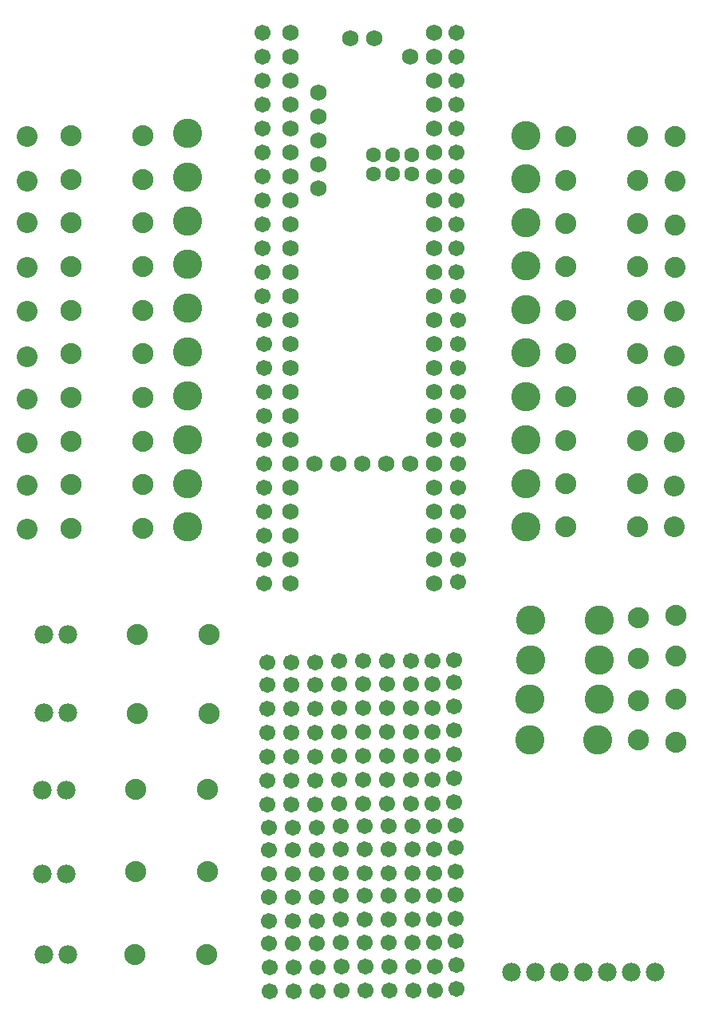
<source format=gbs>
G04 Layer: BottomSolderMaskLayer*
G04 EasyEDA v6.5.48, 2025-03-27 00:42:13*
G04 263b490ed21644e2b7ecd1de9e176e96,d43077cf4c39487bac85c1b17e246763,10*
G04 Gerber Generator version 0.2*
G04 Scale: 100 percent, Rotated: No, Reflected: No *
G04 Dimensions in millimeters *
G04 leading zeros omitted , absolute positions ,4 integer and 5 decimal *
%FSLAX45Y45*%
%MOMM*%

%ADD10C,3.1016*%
%ADD11C,1.9812*%
%ADD12C,1.7272*%
%ADD13C,1.6032*%
%ADD14C,2.2352*%
%ADD15C,1.9812*%
%ADD16C,1.7016*%
%ADD17C,2.2262*%
%ADD18C,2.2032*%
%ADD19C,2.2372*%
%ADD20C,0.0117*%

%LPD*%
D10*
G01*
X6985000Y1917700D03*
G01*
X7708900Y1917700D03*
D11*
G01*
X1828800Y-355600D03*
G01*
X2082800Y-355600D03*
D10*
G01*
X6985000Y2349500D03*
G01*
X6946900Y8331200D03*
G01*
X6946900Y7869758D03*
G01*
X6946900Y7408341D03*
G01*
X6946900Y6946900D03*
G01*
X6946900Y6485458D03*
G01*
X6946900Y6024041D03*
G01*
X6946900Y5562600D03*
G01*
X6946900Y5101158D03*
G01*
X6946900Y4639741D03*
G01*
X6946900Y4178300D03*
G01*
X3352800Y8356600D03*
G01*
X3352800Y7892338D03*
G01*
X3352800Y7428077D03*
G01*
X3352800Y6963841D03*
G01*
X3352800Y6499580D03*
G01*
X3352800Y6035319D03*
G01*
X3352800Y5571058D03*
G01*
X3352800Y5106822D03*
G01*
X3352800Y4642561D03*
G01*
X3352800Y4178300D03*
G01*
X7721600Y3187700D03*
G01*
X7721600Y2768600D03*
G01*
X7721600Y2349500D03*
G01*
X6997700Y2768600D03*
G01*
X6997700Y3187700D03*
D11*
G01*
X1816100Y1384300D03*
G01*
X2070100Y1384300D03*
G01*
X1816100Y495300D03*
G01*
X2070100Y495300D03*
D12*
G01*
X4445000Y3581400D03*
G01*
X4445000Y4089400D03*
G01*
X4445000Y4343400D03*
G01*
X4445000Y3835400D03*
G01*
X4445000Y4597400D03*
G01*
X5969000Y3835400D03*
G01*
X5969000Y3581400D03*
G01*
X4445000Y4851400D03*
G01*
X4699000Y4851400D03*
G01*
X4953000Y4851400D03*
G01*
X5207000Y4851400D03*
G01*
X5461000Y4851400D03*
G01*
X5715000Y4851400D03*
G01*
X5969000Y4851400D03*
G01*
X5969000Y4597400D03*
G01*
X5969000Y4343400D03*
G01*
X5969000Y4089400D03*
G01*
X4445000Y5105400D03*
G01*
X4445000Y5613400D03*
G01*
X4445000Y5867400D03*
G01*
X4445000Y6121400D03*
G01*
X4445000Y6375400D03*
G01*
X4445000Y6629400D03*
G01*
X4445000Y6883400D03*
G01*
X4445000Y7137400D03*
G01*
X4445000Y7391400D03*
G01*
X4445000Y7645400D03*
G01*
X4445000Y7899400D03*
G01*
X4445000Y8153400D03*
G01*
X4445000Y8407400D03*
G01*
X4445000Y8661400D03*
G01*
X4445000Y8915400D03*
G01*
X4445000Y9169400D03*
G01*
X4445000Y9423400D03*
G01*
X5969000Y9423400D03*
G01*
X5969000Y9169400D03*
G01*
X5969000Y8915400D03*
G01*
X5969000Y8661400D03*
G01*
X5969000Y8407400D03*
G01*
X5969000Y8153400D03*
G01*
X5969000Y7899400D03*
G01*
X5969000Y7645400D03*
G01*
X5969000Y7391400D03*
G01*
X5969000Y7137400D03*
G01*
X5969000Y6883400D03*
G01*
X5969000Y6629400D03*
G01*
X5969000Y6375400D03*
G01*
X5969000Y6121400D03*
G01*
X5969000Y5867400D03*
G01*
X5969000Y5613400D03*
G01*
X5969000Y5105400D03*
G01*
X5715000Y9169400D03*
D13*
G01*
X5528995Y8126399D03*
G01*
X5728995Y7926400D03*
G01*
X5728995Y8126399D03*
D12*
G01*
X5969000Y5359400D03*
G01*
X4445000Y5359400D03*
G01*
X5080000Y9362389D03*
G01*
X5334000Y9362389D03*
G01*
X4744999Y8788400D03*
G01*
X4744999Y8534400D03*
G01*
X4744999Y8280400D03*
G01*
X4744999Y8026400D03*
G01*
X4744999Y7772400D03*
D13*
G01*
X5328996Y8126399D03*
G01*
X5528995Y7926400D03*
G01*
X5328996Y7926400D03*
D14*
G01*
X2120900Y8331200D03*
G01*
X2882900Y8331200D03*
G01*
X2120900Y7868361D03*
G01*
X2882900Y7868361D03*
G01*
X2120900Y7405522D03*
G01*
X2882900Y7405522D03*
G01*
X7366000Y8318500D03*
G01*
X8128000Y8318500D03*
G01*
X2120900Y6942658D03*
G01*
X2882900Y6942658D03*
G01*
X7366000Y7858480D03*
G01*
X8128000Y7858480D03*
G01*
X7366000Y7398461D03*
G01*
X8128000Y7398461D03*
G01*
X2120900Y6479819D03*
G01*
X2882900Y6479819D03*
G01*
X7366000Y6938441D03*
G01*
X8128000Y6938441D03*
G01*
X2120900Y6016980D03*
G01*
X2882900Y6016980D03*
G01*
X7366000Y6478422D03*
G01*
X8128000Y6478422D03*
G01*
X7366000Y6018377D03*
G01*
X8128000Y6018377D03*
G01*
X2120900Y5554141D03*
G01*
X2882900Y5554141D03*
G01*
X7366000Y5558358D03*
G01*
X8128000Y5558358D03*
G01*
X7366000Y5098338D03*
G01*
X8128000Y5098338D03*
G01*
X2120900Y5091277D03*
G01*
X2882900Y5091277D03*
G01*
X7366000Y4638319D03*
G01*
X8128000Y4638319D03*
G01*
X7366000Y4178300D03*
G01*
X8128000Y4178300D03*
G01*
X2120900Y4628438D03*
G01*
X2882900Y4628438D03*
G01*
X2806700Y520700D03*
G01*
X3568700Y520700D03*
G01*
X2806700Y1397000D03*
G01*
X3568700Y1397000D03*
G01*
X2120900Y4165600D03*
G01*
X2882900Y4165600D03*
G01*
X2819400Y2197100D03*
G01*
X3581400Y2197100D03*
G01*
X2819400Y3035300D03*
G01*
X3581400Y3035300D03*
D15*
G01*
X6794500Y-546100D03*
G01*
X7048500Y-546100D03*
G01*
X7302500Y-546100D03*
G01*
X7556500Y-546100D03*
G01*
X7810500Y-546100D03*
G01*
X8064500Y-546100D03*
G01*
X8318500Y-546100D03*
D14*
G01*
X2794000Y-355600D03*
G01*
X3556000Y-355600D03*
D11*
G01*
X1828800Y3035300D03*
G01*
X2082800Y3035300D03*
G01*
X1828800Y2209800D03*
G01*
X2082800Y2209800D03*
D14*
G01*
X8523300Y8318500D03*
D16*
G01*
X5956300Y2755900D03*
G01*
X5956300Y1244600D03*
G01*
X5956300Y2514600D03*
G01*
X5956300Y2260600D03*
G01*
X5956300Y2006600D03*
G01*
X5956300Y1752600D03*
G01*
X5956300Y1498600D03*
G01*
X4711700Y1231900D03*
G01*
X4203700Y2501900D03*
G01*
X4203700Y2247900D03*
G01*
X4203700Y1993900D03*
G01*
X4203700Y1739900D03*
G01*
X4203700Y1485900D03*
G01*
X4203700Y1231900D03*
G01*
X4457700Y2501900D03*
G01*
X4457700Y2247900D03*
G01*
X4457700Y1993900D03*
G01*
X4457700Y1739900D03*
G01*
X4457700Y1485900D03*
G01*
X4457700Y1231900D03*
G01*
X4711700Y2501900D03*
G01*
X4711700Y2247900D03*
G01*
X4711700Y1993900D03*
G01*
X4711700Y1739900D03*
G01*
X4711700Y1485900D03*
G01*
X4965700Y2514600D03*
G01*
X5727700Y1498600D03*
G01*
X5727700Y1752600D03*
G01*
X5727700Y2006600D03*
G01*
X5727700Y2260600D03*
G01*
X5727700Y2514600D03*
G01*
X5473700Y1244600D03*
G01*
X5473700Y1498600D03*
G01*
X5473700Y1752600D03*
G01*
X5473700Y2006600D03*
G01*
X5473700Y2260600D03*
G01*
X5473700Y2514600D03*
G01*
X5219700Y1244600D03*
G01*
X5219700Y1498600D03*
G01*
X5219700Y1752600D03*
G01*
X5219700Y2006600D03*
G01*
X5219700Y2260600D03*
G01*
X5219700Y2514600D03*
G01*
X5727700Y1244600D03*
G01*
X4965700Y1244600D03*
G01*
X4965700Y1498600D03*
G01*
X4965700Y1752600D03*
G01*
X4965700Y2006600D03*
G01*
X4965700Y2260600D03*
G01*
X4965700Y2755900D03*
G01*
X5727700Y2755900D03*
G01*
X5219700Y2755900D03*
G01*
X5473700Y2755900D03*
G01*
X4457700Y2743200D03*
G01*
X4203700Y2743200D03*
G01*
X4711700Y2743200D03*
G01*
X4165600Y5867400D03*
G01*
X4165600Y6121400D03*
G01*
X4165600Y6375400D03*
G01*
X4152900Y6629400D03*
G01*
X4152900Y6883400D03*
G01*
X4152900Y7137400D03*
G01*
X4152900Y7391400D03*
G01*
X4152900Y7645400D03*
G01*
X4152900Y7899400D03*
G01*
X4152900Y9423400D03*
G01*
X4152900Y9169400D03*
G01*
X4152900Y8915400D03*
G01*
X4152900Y8661400D03*
G01*
X4152900Y8407400D03*
G01*
X4152900Y8153400D03*
G01*
X4165600Y4343400D03*
G01*
X4165600Y4597400D03*
G01*
X4165600Y4851400D03*
G01*
X4165600Y5105400D03*
G01*
X4165600Y5359400D03*
G01*
X4165600Y5613400D03*
G01*
X4165600Y4089400D03*
G01*
X4165600Y3835400D03*
G01*
X4165600Y3581400D03*
G01*
X6223000Y3835400D03*
G01*
X6223000Y4089400D03*
G01*
X6223000Y4343400D03*
G01*
X6223000Y5867400D03*
G01*
X6223000Y5613400D03*
G01*
X6223000Y5359400D03*
G01*
X6223000Y5105400D03*
G01*
X6223000Y4851400D03*
G01*
X6223000Y4597400D03*
G01*
X6210300Y8407400D03*
G01*
X6210300Y8661400D03*
G01*
X6210300Y8915400D03*
G01*
X6210300Y9169400D03*
G01*
X6210300Y9423400D03*
G01*
X6210300Y8153400D03*
G01*
X6210300Y7899400D03*
G01*
X6210300Y7645400D03*
G01*
X6210300Y7391400D03*
G01*
X6210300Y7137400D03*
G01*
X6210300Y6883400D03*
G01*
X6223000Y6629400D03*
G01*
X6223000Y6375400D03*
G01*
X6223000Y6121400D03*
G01*
X6223000Y3594100D03*
D17*
G01*
X8522843Y7848600D03*
G01*
X8522843Y7378700D03*
D18*
G01*
X8521700Y5994400D03*
G01*
X8521700Y6464300D03*
D17*
G01*
X8522843Y6934200D03*
D18*
G01*
X8521700Y4610100D03*
G01*
X8521700Y5080000D03*
G01*
X8521700Y5549900D03*
D17*
G01*
X8533866Y2806700D03*
D19*
G01*
X8534400Y3238500D03*
D18*
G01*
X8521700Y4178300D03*
D16*
G01*
X4978400Y1003300D03*
G01*
X5740400Y1003300D03*
G01*
X5232400Y1003300D03*
G01*
X5486400Y1003300D03*
G01*
X4470400Y990600D03*
G01*
X4216400Y990600D03*
G01*
X4724400Y990600D03*
G01*
X5969000Y1003300D03*
D19*
G01*
X8534400Y2349500D03*
D16*
G01*
X6197600Y1016000D03*
G01*
X6184900Y1511300D03*
G01*
X6184900Y1765300D03*
G01*
X6184900Y2019300D03*
G01*
X6184900Y2273300D03*
G01*
X6184900Y2527300D03*
G01*
X6184900Y1257300D03*
G01*
X6184900Y2768600D03*
G01*
X6197600Y520700D03*
G01*
X6197600Y774700D03*
G01*
X6197600Y279400D03*
G01*
X5969000Y266700D03*
G01*
X4724400Y254000D03*
G01*
X4216400Y254000D03*
G01*
X4470400Y254000D03*
G01*
X5486400Y266700D03*
G01*
X5232400Y266700D03*
G01*
X5740400Y266700D03*
G01*
X4978400Y266700D03*
G01*
X4978400Y762000D03*
G01*
X4978400Y508000D03*
G01*
X5740400Y508000D03*
G01*
X5232400Y762000D03*
G01*
X5232400Y508000D03*
G01*
X5486400Y762000D03*
G01*
X5486400Y508000D03*
G01*
X5740400Y762000D03*
G01*
X4724400Y749300D03*
G01*
X4470400Y495300D03*
G01*
X4470400Y749300D03*
G01*
X4216400Y495300D03*
G01*
X4216400Y749300D03*
G01*
X4724400Y495300D03*
G01*
X5969000Y762000D03*
G01*
X5969000Y508000D03*
D18*
G01*
X1651000Y5981700D03*
G01*
X1651000Y7404100D03*
G01*
X1651000Y6934200D03*
G01*
X1651000Y6464300D03*
G01*
X1651000Y8318500D03*
G01*
X1651000Y7848600D03*
G01*
X1651000Y5067300D03*
G01*
X1651000Y5537200D03*
G01*
X1651000Y4152900D03*
G01*
X1651000Y4622800D03*
D14*
G01*
X8140700Y3213100D03*
G01*
X8140700Y2781300D03*
G01*
X8140700Y2336800D03*
D16*
G01*
X5969000Y12700D03*
G01*
X4724400Y0D03*
G01*
X4216400Y0D03*
G01*
X4470400Y0D03*
G01*
X5486400Y12700D03*
G01*
X5232400Y12700D03*
G01*
X5740400Y12700D03*
G01*
X4978400Y12700D03*
G01*
X4978400Y-228600D03*
G01*
X5740400Y-228600D03*
G01*
X5232400Y-228600D03*
G01*
X5486400Y-228600D03*
G01*
X4470400Y-241300D03*
G01*
X4216400Y-241300D03*
G01*
X4724400Y-241300D03*
G01*
X5969000Y-228600D03*
G01*
X6197600Y-215900D03*
G01*
X6197600Y25400D03*
G01*
X6210300Y-723900D03*
G01*
X4991100Y-736600D03*
G01*
X5753100Y-736600D03*
G01*
X5245100Y-736600D03*
G01*
X5499100Y-736600D03*
G01*
X4483100Y-749300D03*
G01*
X4229100Y-749300D03*
G01*
X4737100Y-749300D03*
G01*
X5981700Y-736600D03*
G01*
X4991100Y-482600D03*
G01*
X5753100Y-482600D03*
G01*
X5245100Y-482600D03*
G01*
X5499100Y-482600D03*
G01*
X4483100Y-495300D03*
G01*
X4229100Y-495300D03*
G01*
X4737100Y-495300D03*
G01*
X5981700Y-482600D03*
G01*
X6210300Y-469900D03*
D14*
G01*
X8140700Y1917700D03*
D19*
G01*
X8534400Y1892300D03*
M02*

</source>
